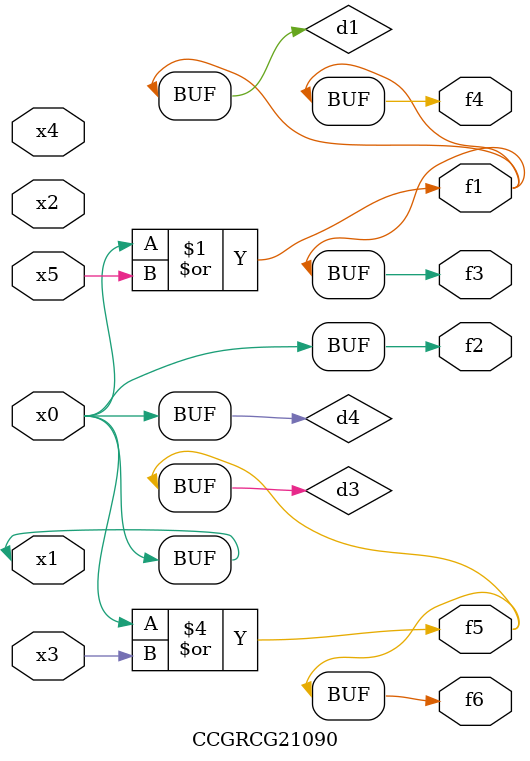
<source format=v>
module CCGRCG21090(
	input x0, x1, x2, x3, x4, x5,
	output f1, f2, f3, f4, f5, f6
);

	wire d1, d2, d3, d4;

	or (d1, x0, x5);
	xnor (d2, x1, x4);
	or (d3, x0, x3);
	buf (d4, x0, x1);
	assign f1 = d1;
	assign f2 = d4;
	assign f3 = d1;
	assign f4 = d1;
	assign f5 = d3;
	assign f6 = d3;
endmodule

</source>
